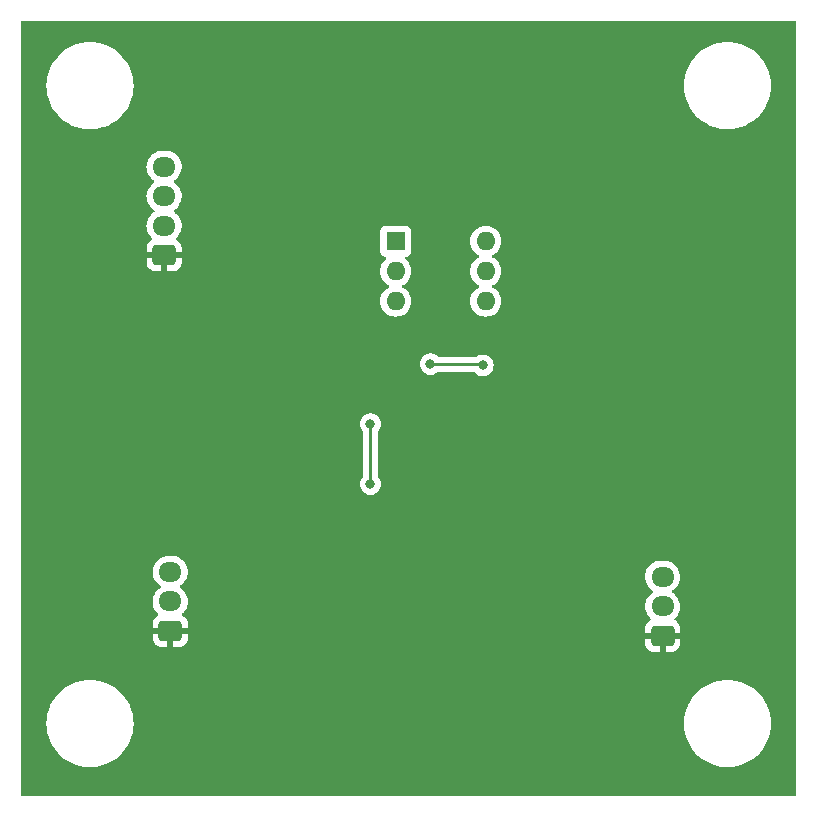
<source format=gbr>
%TF.GenerationSoftware,KiCad,Pcbnew,6.0.11+dfsg-1*%
%TF.CreationDate,2024-01-30T14:39:01+01:00*%
%TF.ProjectId,Langstone-Soundcard,4c616e67-7374-46f6-9e65-2d536f756e64,rev?*%
%TF.SameCoordinates,Original*%
%TF.FileFunction,Copper,L2,Bot*%
%TF.FilePolarity,Positive*%
%FSLAX46Y46*%
G04 Gerber Fmt 4.6, Leading zero omitted, Abs format (unit mm)*
G04 Created by KiCad (PCBNEW 6.0.11+dfsg-1) date 2024-01-30 14:39:01*
%MOMM*%
%LPD*%
G01*
G04 APERTURE LIST*
G04 Aperture macros list*
%AMRoundRect*
0 Rectangle with rounded corners*
0 $1 Rounding radius*
0 $2 $3 $4 $5 $6 $7 $8 $9 X,Y pos of 4 corners*
0 Add a 4 corners polygon primitive as box body*
4,1,4,$2,$3,$4,$5,$6,$7,$8,$9,$2,$3,0*
0 Add four circle primitives for the rounded corners*
1,1,$1+$1,$2,$3*
1,1,$1+$1,$4,$5*
1,1,$1+$1,$6,$7*
1,1,$1+$1,$8,$9*
0 Add four rect primitives between the rounded corners*
20,1,$1+$1,$2,$3,$4,$5,0*
20,1,$1+$1,$4,$5,$6,$7,0*
20,1,$1+$1,$6,$7,$8,$9,0*
20,1,$1+$1,$8,$9,$2,$3,0*%
G04 Aperture macros list end*
%TA.AperFunction,ComponentPad*%
%ADD10RoundRect,0.250000X0.725000X-0.600000X0.725000X0.600000X-0.725000X0.600000X-0.725000X-0.600000X0*%
%TD*%
%TA.AperFunction,ComponentPad*%
%ADD11O,1.950000X1.700000*%
%TD*%
%TA.AperFunction,ComponentPad*%
%ADD12R,1.600000X1.600000*%
%TD*%
%TA.AperFunction,ComponentPad*%
%ADD13O,1.600000X1.600000*%
%TD*%
%TA.AperFunction,ViaPad*%
%ADD14C,0.800000*%
%TD*%
%TA.AperFunction,Conductor*%
%ADD15C,0.250000*%
%TD*%
G04 APERTURE END LIST*
D10*
%TO.P,J1,1,Pin_1*%
%TO.N,GND*%
X105225000Y-106165000D03*
D11*
%TO.P,J1,2,Pin_2*%
%TO.N,Net-(C2-Pad2)*%
X105225000Y-103665000D03*
%TO.P,J1,3,Pin_3*%
%TO.N,Net-(C1-Pad2)*%
X105225000Y-101165000D03*
%TD*%
D10*
%TO.P,J3,1,Pin_1*%
%TO.N,GND*%
X146907500Y-106565000D03*
D11*
%TO.P,J3,2,Pin_2*%
%TO.N,Net-(C11-Pad2)*%
X146907500Y-104065000D03*
%TO.P,J3,3,Pin_3*%
%TO.N,Net-(C10-Pad2)*%
X146907500Y-101565000D03*
%TD*%
D10*
%TO.P,J2,1,Pin_1*%
%TO.N,GND*%
X104700000Y-74355000D03*
D11*
%TO.P,J2,2,Pin_2*%
%TO.N,Net-(J2-Pad2)*%
X104700000Y-71855000D03*
%TO.P,J2,3,Pin_3*%
%TO.N,Net-(J2-Pad3)*%
X104700000Y-69355000D03*
%TO.P,J2,4,Pin_4*%
%TO.N,Net-(J2-Pad4)*%
X104700000Y-66855000D03*
%TD*%
D12*
%TO.P,SW1,1*%
%TO.N,Net-(R1-Pad2)*%
X124317500Y-73160000D03*
D13*
%TO.P,SW1,2*%
%TO.N,Net-(R2-Pad2)*%
X124317500Y-75700000D03*
%TO.P,SW1,3*%
%TO.N,Net-(R3-Pad2)*%
X124317500Y-78240000D03*
%TO.P,SW1,4*%
%TO.N,Net-(SW1-Pad4)*%
X131937500Y-78240000D03*
%TO.P,SW1,5*%
%TO.N,Net-(SW1-Pad5)*%
X131937500Y-75700000D03*
%TO.P,SW1,6*%
%TO.N,Net-(SW1-Pad6)*%
X131937500Y-73160000D03*
%TD*%
D14*
%TO.N,Net-(C4-Pad2)*%
X122174000Y-88646000D03*
X122174000Y-93726000D03*
%TO.N,Net-(R1-Pad1)*%
X127254000Y-83566000D03*
X131685000Y-83679000D03*
%TO.N,GND*%
X137160000Y-83312000D03*
X113538000Y-89916000D03*
X113284000Y-107950000D03*
X113538000Y-96012000D03*
X142695000Y-94795000D03*
X126220000Y-95740000D03*
X133604000Y-95758000D03*
X142748000Y-90678000D03*
X122575000Y-107803000D03*
X120650000Y-91821000D03*
X130156000Y-91840000D03*
%TD*%
D15*
%TO.N,Net-(C4-Pad2)*%
X122174000Y-88646000D02*
X122174000Y-93726000D01*
%TO.N,Net-(R1-Pad1)*%
X131572000Y-83566000D02*
X131685000Y-83679000D01*
X127254000Y-83566000D02*
X131572000Y-83566000D01*
%TD*%
%TA.AperFunction,Conductor*%
%TO.N,GND*%
G36*
X158183621Y-54503502D02*
G01*
X158230114Y-54557158D01*
X158241500Y-54609500D01*
X158241500Y-120015500D01*
X158221498Y-120083621D01*
X158167842Y-120130114D01*
X158115500Y-120141500D01*
X92709500Y-120141500D01*
X92641379Y-120121498D01*
X92594886Y-120067842D01*
X92583500Y-120015500D01*
X92583500Y-114000000D01*
X94736445Y-114000000D01*
X94756651Y-114385559D01*
X94817049Y-114766894D01*
X94916976Y-115139826D01*
X95055337Y-115500270D01*
X95230618Y-115844277D01*
X95440896Y-116168078D01*
X95683869Y-116468125D01*
X95956875Y-116741131D01*
X96256922Y-116984104D01*
X96580722Y-117194382D01*
X96583656Y-117195877D01*
X96583663Y-117195881D01*
X96921790Y-117368165D01*
X96924730Y-117369663D01*
X97285174Y-117508024D01*
X97658106Y-117607951D01*
X97860643Y-117640030D01*
X98036193Y-117667835D01*
X98036201Y-117667836D01*
X98039441Y-117668349D01*
X98425000Y-117688555D01*
X98810559Y-117668349D01*
X98813799Y-117667836D01*
X98813807Y-117667835D01*
X98989357Y-117640030D01*
X99191894Y-117607951D01*
X99564826Y-117508024D01*
X99925270Y-117369663D01*
X99928210Y-117368165D01*
X100266337Y-117195881D01*
X100266344Y-117195877D01*
X100269278Y-117194382D01*
X100593078Y-116984104D01*
X100893125Y-116741131D01*
X101166131Y-116468125D01*
X101409104Y-116168078D01*
X101619382Y-115844277D01*
X101794663Y-115500270D01*
X101933024Y-115139826D01*
X102032951Y-114766894D01*
X102093349Y-114385559D01*
X102113555Y-114000000D01*
X148711445Y-114000000D01*
X148731651Y-114385559D01*
X148792049Y-114766894D01*
X148891976Y-115139826D01*
X149030337Y-115500270D01*
X149205618Y-115844277D01*
X149415896Y-116168078D01*
X149658869Y-116468125D01*
X149931875Y-116741131D01*
X150231922Y-116984104D01*
X150555722Y-117194382D01*
X150558656Y-117195877D01*
X150558663Y-117195881D01*
X150896790Y-117368165D01*
X150899730Y-117369663D01*
X151260174Y-117508024D01*
X151633106Y-117607951D01*
X151835643Y-117640030D01*
X152011193Y-117667835D01*
X152011201Y-117667836D01*
X152014441Y-117668349D01*
X152400000Y-117688555D01*
X152785559Y-117668349D01*
X152788799Y-117667836D01*
X152788807Y-117667835D01*
X152964357Y-117640030D01*
X153166894Y-117607951D01*
X153539826Y-117508024D01*
X153900270Y-117369663D01*
X153903210Y-117368165D01*
X154241337Y-117195881D01*
X154241344Y-117195877D01*
X154244278Y-117194382D01*
X154568078Y-116984104D01*
X154868125Y-116741131D01*
X155141131Y-116468125D01*
X155384104Y-116168078D01*
X155594382Y-115844277D01*
X155769663Y-115500270D01*
X155908024Y-115139826D01*
X156007951Y-114766894D01*
X156068349Y-114385559D01*
X156088555Y-114000000D01*
X156068349Y-113614441D01*
X156007951Y-113233106D01*
X155908024Y-112860174D01*
X155769663Y-112499730D01*
X155752858Y-112466748D01*
X155595881Y-112158664D01*
X155595877Y-112158657D01*
X155594382Y-112155723D01*
X155384104Y-111831922D01*
X155141131Y-111531875D01*
X154868125Y-111258869D01*
X154568078Y-111015896D01*
X154244278Y-110805618D01*
X154241344Y-110804123D01*
X154241337Y-110804119D01*
X153903210Y-110631835D01*
X153900270Y-110630337D01*
X153539826Y-110491976D01*
X153166894Y-110392049D01*
X152964357Y-110359970D01*
X152788807Y-110332165D01*
X152788799Y-110332164D01*
X152785559Y-110331651D01*
X152400000Y-110311445D01*
X152014441Y-110331651D01*
X152011201Y-110332164D01*
X152011193Y-110332165D01*
X151835643Y-110359970D01*
X151633106Y-110392049D01*
X151260174Y-110491976D01*
X150899730Y-110630337D01*
X150896790Y-110631835D01*
X150558664Y-110804119D01*
X150558657Y-110804123D01*
X150555723Y-110805618D01*
X150231922Y-111015896D01*
X149931875Y-111258869D01*
X149658869Y-111531875D01*
X149415896Y-111831922D01*
X149205618Y-112155723D01*
X149204123Y-112158657D01*
X149204119Y-112158664D01*
X149047142Y-112466748D01*
X149030337Y-112499730D01*
X148891976Y-112860174D01*
X148792049Y-113233106D01*
X148731651Y-113614441D01*
X148712908Y-113972077D01*
X148711445Y-114000000D01*
X102113555Y-114000000D01*
X102093349Y-113614441D01*
X102032951Y-113233106D01*
X101933024Y-112860174D01*
X101794663Y-112499730D01*
X101777858Y-112466748D01*
X101620881Y-112158664D01*
X101620877Y-112158657D01*
X101619382Y-112155723D01*
X101409104Y-111831922D01*
X101166131Y-111531875D01*
X100893125Y-111258869D01*
X100593078Y-111015896D01*
X100269278Y-110805618D01*
X100266344Y-110804123D01*
X100266337Y-110804119D01*
X99928210Y-110631835D01*
X99925270Y-110630337D01*
X99564826Y-110491976D01*
X99191894Y-110392049D01*
X98989357Y-110359970D01*
X98813807Y-110332165D01*
X98813799Y-110332164D01*
X98810559Y-110331651D01*
X98425000Y-110311445D01*
X98039441Y-110331651D01*
X98036201Y-110332164D01*
X98036193Y-110332165D01*
X97860643Y-110359970D01*
X97658106Y-110392049D01*
X97285174Y-110491976D01*
X96924730Y-110630337D01*
X96921790Y-110631835D01*
X96583664Y-110804119D01*
X96583657Y-110804123D01*
X96580723Y-110805618D01*
X96256922Y-111015896D01*
X95956875Y-111258869D01*
X95683869Y-111531875D01*
X95440896Y-111831922D01*
X95230618Y-112155723D01*
X95229123Y-112158657D01*
X95229119Y-112158664D01*
X95072142Y-112466748D01*
X95055337Y-112499730D01*
X94916976Y-112860174D01*
X94817049Y-113233106D01*
X94756651Y-113614441D01*
X94737908Y-113972077D01*
X94736445Y-114000000D01*
X92583500Y-114000000D01*
X92583500Y-106812095D01*
X103742001Y-106812095D01*
X103742338Y-106818614D01*
X103752257Y-106914206D01*
X103755149Y-106927600D01*
X103806588Y-107081784D01*
X103812761Y-107094962D01*
X103898063Y-107232807D01*
X103907099Y-107244208D01*
X104021829Y-107358739D01*
X104033240Y-107367751D01*
X104171243Y-107452816D01*
X104184424Y-107458963D01*
X104338710Y-107510138D01*
X104352086Y-107513005D01*
X104446438Y-107522672D01*
X104452854Y-107523000D01*
X104952885Y-107523000D01*
X104968124Y-107518525D01*
X104969329Y-107517135D01*
X104971000Y-107509452D01*
X104971000Y-107504884D01*
X105479000Y-107504884D01*
X105483475Y-107520123D01*
X105484865Y-107521328D01*
X105492548Y-107522999D01*
X105997095Y-107522999D01*
X106003614Y-107522662D01*
X106099206Y-107512743D01*
X106112600Y-107509851D01*
X106266784Y-107458412D01*
X106279962Y-107452239D01*
X106417807Y-107366937D01*
X106429208Y-107357901D01*
X106543739Y-107243171D01*
X106552751Y-107231760D01*
X106564872Y-107212095D01*
X145424501Y-107212095D01*
X145424838Y-107218614D01*
X145434757Y-107314206D01*
X145437649Y-107327600D01*
X145489088Y-107481784D01*
X145495261Y-107494962D01*
X145580563Y-107632807D01*
X145589599Y-107644208D01*
X145704329Y-107758739D01*
X145715740Y-107767751D01*
X145853743Y-107852816D01*
X145866924Y-107858963D01*
X146021210Y-107910138D01*
X146034586Y-107913005D01*
X146128938Y-107922672D01*
X146135354Y-107923000D01*
X146635385Y-107923000D01*
X146650624Y-107918525D01*
X146651829Y-107917135D01*
X146653500Y-107909452D01*
X146653500Y-107904884D01*
X147161500Y-107904884D01*
X147165975Y-107920123D01*
X147167365Y-107921328D01*
X147175048Y-107922999D01*
X147679595Y-107922999D01*
X147686114Y-107922662D01*
X147781706Y-107912743D01*
X147795100Y-107909851D01*
X147949284Y-107858412D01*
X147962462Y-107852239D01*
X148100307Y-107766937D01*
X148111708Y-107757901D01*
X148226239Y-107643171D01*
X148235251Y-107631760D01*
X148320316Y-107493757D01*
X148326463Y-107480576D01*
X148377638Y-107326290D01*
X148380505Y-107312914D01*
X148390172Y-107218562D01*
X148390500Y-107212146D01*
X148390500Y-106837115D01*
X148386025Y-106821876D01*
X148384635Y-106820671D01*
X148376952Y-106819000D01*
X147179615Y-106819000D01*
X147164376Y-106823475D01*
X147163171Y-106824865D01*
X147161500Y-106832548D01*
X147161500Y-107904884D01*
X146653500Y-107904884D01*
X146653500Y-106837115D01*
X146649025Y-106821876D01*
X146647635Y-106820671D01*
X146639952Y-106819000D01*
X145442616Y-106819000D01*
X145427377Y-106823475D01*
X145426172Y-106824865D01*
X145424501Y-106832548D01*
X145424501Y-107212095D01*
X106564872Y-107212095D01*
X106637816Y-107093757D01*
X106643963Y-107080576D01*
X106695138Y-106926290D01*
X106698005Y-106912914D01*
X106707672Y-106818562D01*
X106708000Y-106812146D01*
X106708000Y-106437115D01*
X106703525Y-106421876D01*
X106702135Y-106420671D01*
X106694452Y-106419000D01*
X105497115Y-106419000D01*
X105481876Y-106423475D01*
X105480671Y-106424865D01*
X105479000Y-106432548D01*
X105479000Y-107504884D01*
X104971000Y-107504884D01*
X104971000Y-106437115D01*
X104966525Y-106421876D01*
X104965135Y-106420671D01*
X104957452Y-106419000D01*
X103760116Y-106419000D01*
X103744877Y-106423475D01*
X103743672Y-106424865D01*
X103742001Y-106432548D01*
X103742001Y-106812095D01*
X92583500Y-106812095D01*
X92583500Y-103600774D01*
X103738102Y-103600774D01*
X103746751Y-103831158D01*
X103794093Y-104056791D01*
X103878776Y-104271221D01*
X103998377Y-104468317D01*
X104001874Y-104472347D01*
X104097637Y-104582704D01*
X104149477Y-104642445D01*
X104153608Y-104645832D01*
X104185529Y-104672006D01*
X104225524Y-104730666D01*
X104227455Y-104801636D01*
X104190710Y-104862384D01*
X104171941Y-104876584D01*
X104032193Y-104963063D01*
X104020792Y-104972099D01*
X103906261Y-105086829D01*
X103897249Y-105098240D01*
X103812184Y-105236243D01*
X103806037Y-105249424D01*
X103754862Y-105403710D01*
X103751995Y-105417086D01*
X103742328Y-105511438D01*
X103742000Y-105517855D01*
X103742000Y-105892885D01*
X103746475Y-105908124D01*
X103747865Y-105909329D01*
X103755548Y-105911000D01*
X106689884Y-105911000D01*
X106705123Y-105906525D01*
X106706328Y-105905135D01*
X106707999Y-105897452D01*
X106707999Y-105517905D01*
X106707662Y-105511386D01*
X106697743Y-105415794D01*
X106694851Y-105402400D01*
X106643412Y-105248216D01*
X106637239Y-105235038D01*
X106551937Y-105097193D01*
X106542901Y-105085792D01*
X106428171Y-104971261D01*
X106416757Y-104962247D01*
X106277287Y-104876277D01*
X106229793Y-104823505D01*
X106218369Y-104753434D01*
X106246643Y-104688310D01*
X106256430Y-104677847D01*
X106268581Y-104666256D01*
X106371135Y-104568424D01*
X106508754Y-104383458D01*
X106613240Y-104177949D01*
X106630025Y-104123895D01*
X106668255Y-104000774D01*
X145420602Y-104000774D01*
X145429251Y-104231158D01*
X145476593Y-104456791D01*
X145561276Y-104671221D01*
X145564043Y-104675780D01*
X145564044Y-104675783D01*
X145571646Y-104688310D01*
X145680877Y-104868317D01*
X145684374Y-104872347D01*
X145802886Y-105008920D01*
X145831977Y-105042445D01*
X145836108Y-105045832D01*
X145868029Y-105072006D01*
X145908024Y-105130666D01*
X145909955Y-105201636D01*
X145873210Y-105262384D01*
X145854441Y-105276584D01*
X145714693Y-105363063D01*
X145703292Y-105372099D01*
X145588761Y-105486829D01*
X145579749Y-105498240D01*
X145494684Y-105636243D01*
X145488537Y-105649424D01*
X145437362Y-105803710D01*
X145434495Y-105817086D01*
X145424828Y-105911438D01*
X145424500Y-105917855D01*
X145424500Y-106292885D01*
X145428975Y-106308124D01*
X145430365Y-106309329D01*
X145438048Y-106311000D01*
X148372384Y-106311000D01*
X148387623Y-106306525D01*
X148388828Y-106305135D01*
X148390499Y-106297452D01*
X148390499Y-105917905D01*
X148390162Y-105911386D01*
X148380243Y-105815794D01*
X148377351Y-105802400D01*
X148325912Y-105648216D01*
X148319739Y-105635038D01*
X148234437Y-105497193D01*
X148225401Y-105485792D01*
X148110671Y-105371261D01*
X148099257Y-105362247D01*
X147959787Y-105276277D01*
X147912293Y-105223505D01*
X147900869Y-105153434D01*
X147929143Y-105088310D01*
X147938930Y-105077847D01*
X147972491Y-105045832D01*
X148053635Y-104968424D01*
X148191254Y-104783458D01*
X148219675Y-104727559D01*
X148250842Y-104666256D01*
X148295740Y-104577949D01*
X148297556Y-104572103D01*
X148362524Y-104362871D01*
X148364107Y-104357773D01*
X148374974Y-104275783D01*
X148393698Y-104134511D01*
X148393698Y-104134506D01*
X148394398Y-104129226D01*
X148385749Y-103898842D01*
X148338407Y-103673209D01*
X148253724Y-103458779D01*
X148134123Y-103261683D01*
X148047255Y-103161576D01*
X147986523Y-103091588D01*
X147986521Y-103091586D01*
X147983023Y-103087555D01*
X147941470Y-103053484D01*
X147808873Y-102944760D01*
X147808867Y-102944756D01*
X147804745Y-102941376D01*
X147773250Y-102923448D01*
X147723945Y-102872368D01*
X147710083Y-102802738D01*
X147736066Y-102736667D01*
X147765216Y-102709427D01*
X147796116Y-102688624D01*
X147886819Y-102627559D01*
X147913150Y-102602441D01*
X147998969Y-102520573D01*
X148053635Y-102468424D01*
X148084261Y-102427262D01*
X148188068Y-102287740D01*
X148191254Y-102283458D01*
X148218160Y-102230539D01*
X148250842Y-102166256D01*
X148295740Y-102077949D01*
X148297556Y-102072103D01*
X148362524Y-101862871D01*
X148364107Y-101857773D01*
X148374974Y-101775783D01*
X148393698Y-101634511D01*
X148393698Y-101634506D01*
X148394398Y-101629226D01*
X148385749Y-101398842D01*
X148338407Y-101173209D01*
X148253724Y-100958779D01*
X148134123Y-100761683D01*
X148047255Y-100661576D01*
X147986523Y-100591588D01*
X147986521Y-100591586D01*
X147983023Y-100587555D01*
X147941470Y-100553484D01*
X147808873Y-100444760D01*
X147808867Y-100444756D01*
X147804745Y-100441376D01*
X147800109Y-100438737D01*
X147800106Y-100438735D01*
X147609029Y-100329968D01*
X147604386Y-100327325D01*
X147387675Y-100248663D01*
X147382426Y-100247714D01*
X147382423Y-100247713D01*
X147164892Y-100208377D01*
X147164885Y-100208376D01*
X147160808Y-100207639D01*
X147143086Y-100206803D01*
X147138144Y-100206570D01*
X147138137Y-100206570D01*
X147136656Y-100206500D01*
X146724610Y-100206500D01*
X146657691Y-100212178D01*
X146558091Y-100220629D01*
X146558087Y-100220630D01*
X146552780Y-100221080D01*
X146547625Y-100222418D01*
X146547619Y-100222419D01*
X146334797Y-100277657D01*
X146334793Y-100277658D01*
X146329628Y-100278999D01*
X146324762Y-100281191D01*
X146324759Y-100281192D01*
X146216480Y-100329968D01*
X146119425Y-100373688D01*
X145928181Y-100502441D01*
X145761365Y-100661576D01*
X145623746Y-100846542D01*
X145519260Y-101052051D01*
X145517678Y-101057145D01*
X145517677Y-101057148D01*
X145465901Y-101223895D01*
X145450893Y-101272227D01*
X145450192Y-101277516D01*
X145425626Y-101462871D01*
X145420602Y-101500774D01*
X145429251Y-101731158D01*
X145476593Y-101956791D01*
X145561276Y-102171221D01*
X145564043Y-102175780D01*
X145564044Y-102175783D01*
X145631982Y-102287740D01*
X145680877Y-102368317D01*
X145684374Y-102372347D01*
X145812998Y-102520573D01*
X145831977Y-102542445D01*
X145836108Y-102545832D01*
X146006127Y-102685240D01*
X146006133Y-102685244D01*
X146010255Y-102688624D01*
X146041750Y-102706552D01*
X146091055Y-102757632D01*
X146104917Y-102827262D01*
X146078934Y-102893333D01*
X146049784Y-102920573D01*
X145928181Y-103002441D01*
X145761365Y-103161576D01*
X145623746Y-103346542D01*
X145519260Y-103552051D01*
X145517678Y-103557145D01*
X145517677Y-103557148D01*
X145465901Y-103723895D01*
X145450893Y-103772227D01*
X145450192Y-103777516D01*
X145425626Y-103962871D01*
X145420602Y-104000774D01*
X106668255Y-104000774D01*
X106680024Y-103962871D01*
X106681607Y-103957773D01*
X106690109Y-103893623D01*
X106711198Y-103734511D01*
X106711198Y-103734506D01*
X106711898Y-103729226D01*
X106703249Y-103498842D01*
X106655907Y-103273209D01*
X106571224Y-103058779D01*
X106502036Y-102944760D01*
X106454390Y-102866243D01*
X106451623Y-102861683D01*
X106364755Y-102761576D01*
X106304023Y-102691588D01*
X106304021Y-102691586D01*
X106300523Y-102687555D01*
X106227353Y-102627559D01*
X106126373Y-102544760D01*
X106126367Y-102544756D01*
X106122245Y-102541376D01*
X106090750Y-102523448D01*
X106041445Y-102472368D01*
X106027583Y-102402738D01*
X106053566Y-102336667D01*
X106082716Y-102309427D01*
X106128352Y-102278703D01*
X106204319Y-102227559D01*
X106371135Y-102068424D01*
X106508754Y-101883458D01*
X106613240Y-101677949D01*
X106630025Y-101623895D01*
X106680024Y-101462871D01*
X106681607Y-101457773D01*
X106690109Y-101393623D01*
X106711198Y-101234511D01*
X106711198Y-101234506D01*
X106711898Y-101229226D01*
X106703249Y-100998842D01*
X106655907Y-100773209D01*
X106571224Y-100558779D01*
X106502036Y-100444760D01*
X106454390Y-100366243D01*
X106451623Y-100361683D01*
X106364755Y-100261576D01*
X106304023Y-100191588D01*
X106304021Y-100191586D01*
X106300523Y-100187555D01*
X106258970Y-100153484D01*
X106126373Y-100044760D01*
X106126367Y-100044756D01*
X106122245Y-100041376D01*
X106117609Y-100038737D01*
X106117606Y-100038735D01*
X105926529Y-99929968D01*
X105921886Y-99927325D01*
X105705175Y-99848663D01*
X105699926Y-99847714D01*
X105699923Y-99847713D01*
X105482392Y-99808377D01*
X105482385Y-99808376D01*
X105478308Y-99807639D01*
X105460586Y-99806803D01*
X105455644Y-99806570D01*
X105455637Y-99806570D01*
X105454156Y-99806500D01*
X105042110Y-99806500D01*
X104975191Y-99812178D01*
X104875591Y-99820629D01*
X104875587Y-99820630D01*
X104870280Y-99821080D01*
X104865125Y-99822418D01*
X104865119Y-99822419D01*
X104652297Y-99877657D01*
X104652293Y-99877658D01*
X104647128Y-99878999D01*
X104642262Y-99881191D01*
X104642259Y-99881192D01*
X104533980Y-99929968D01*
X104436925Y-99973688D01*
X104245681Y-100102441D01*
X104078865Y-100261576D01*
X103941246Y-100446542D01*
X103938830Y-100451293D01*
X103938828Y-100451297D01*
X103910954Y-100506122D01*
X103836760Y-100652051D01*
X103835178Y-100657145D01*
X103835177Y-100657148D01*
X103777698Y-100842260D01*
X103768393Y-100872227D01*
X103767692Y-100877516D01*
X103744560Y-101052051D01*
X103738102Y-101100774D01*
X103746751Y-101331158D01*
X103794093Y-101556791D01*
X103878776Y-101771221D01*
X103998377Y-101968317D01*
X104001874Y-101972347D01*
X104097637Y-102082704D01*
X104149477Y-102142445D01*
X104153608Y-102145832D01*
X104323627Y-102285240D01*
X104323633Y-102285244D01*
X104327755Y-102288624D01*
X104359250Y-102306552D01*
X104408555Y-102357632D01*
X104422417Y-102427262D01*
X104396434Y-102493333D01*
X104367284Y-102520573D01*
X104245681Y-102602441D01*
X104241824Y-102606120D01*
X104241822Y-102606122D01*
X104216227Y-102630539D01*
X104078865Y-102761576D01*
X104075682Y-102765854D01*
X104039885Y-102813967D01*
X103941246Y-102946542D01*
X103938830Y-102951293D01*
X103938828Y-102951297D01*
X103910954Y-103006122D01*
X103836760Y-103152051D01*
X103835178Y-103157145D01*
X103835177Y-103157148D01*
X103777698Y-103342260D01*
X103768393Y-103372227D01*
X103767692Y-103377516D01*
X103744560Y-103552051D01*
X103738102Y-103600774D01*
X92583500Y-103600774D01*
X92583500Y-93726000D01*
X121260496Y-93726000D01*
X121280458Y-93915928D01*
X121339473Y-94097556D01*
X121434960Y-94262944D01*
X121562747Y-94404866D01*
X121717248Y-94517118D01*
X121723276Y-94519802D01*
X121723278Y-94519803D01*
X121885681Y-94592109D01*
X121891712Y-94594794D01*
X121985113Y-94614647D01*
X122072056Y-94633128D01*
X122072061Y-94633128D01*
X122078513Y-94634500D01*
X122269487Y-94634500D01*
X122275939Y-94633128D01*
X122275944Y-94633128D01*
X122362887Y-94614647D01*
X122456288Y-94594794D01*
X122462319Y-94592109D01*
X122624722Y-94519803D01*
X122624724Y-94519802D01*
X122630752Y-94517118D01*
X122785253Y-94404866D01*
X122913040Y-94262944D01*
X123008527Y-94097556D01*
X123067542Y-93915928D01*
X123087504Y-93726000D01*
X123067542Y-93536072D01*
X123008527Y-93354444D01*
X122913040Y-93189056D01*
X122839863Y-93107785D01*
X122809147Y-93043779D01*
X122807500Y-93023476D01*
X122807500Y-89348524D01*
X122827502Y-89280403D01*
X122839858Y-89264221D01*
X122913040Y-89182944D01*
X123008527Y-89017556D01*
X123067542Y-88835928D01*
X123087504Y-88646000D01*
X123067542Y-88456072D01*
X123008527Y-88274444D01*
X122913040Y-88109056D01*
X122785253Y-87967134D01*
X122630752Y-87854882D01*
X122624724Y-87852198D01*
X122624722Y-87852197D01*
X122462319Y-87779891D01*
X122462318Y-87779891D01*
X122456288Y-87777206D01*
X122362887Y-87757353D01*
X122275944Y-87738872D01*
X122275939Y-87738872D01*
X122269487Y-87737500D01*
X122078513Y-87737500D01*
X122072061Y-87738872D01*
X122072056Y-87738872D01*
X121985113Y-87757353D01*
X121891712Y-87777206D01*
X121885682Y-87779891D01*
X121885681Y-87779891D01*
X121723278Y-87852197D01*
X121723276Y-87852198D01*
X121717248Y-87854882D01*
X121562747Y-87967134D01*
X121434960Y-88109056D01*
X121339473Y-88274444D01*
X121280458Y-88456072D01*
X121260496Y-88646000D01*
X121280458Y-88835928D01*
X121339473Y-89017556D01*
X121434960Y-89182944D01*
X121508137Y-89264215D01*
X121538853Y-89328221D01*
X121540500Y-89348524D01*
X121540500Y-93023476D01*
X121520498Y-93091597D01*
X121508142Y-93107779D01*
X121434960Y-93189056D01*
X121339473Y-93354444D01*
X121280458Y-93536072D01*
X121260496Y-93726000D01*
X92583500Y-93726000D01*
X92583500Y-83566000D01*
X126340496Y-83566000D01*
X126360458Y-83755928D01*
X126419473Y-83937556D01*
X126514960Y-84102944D01*
X126519378Y-84107851D01*
X126519379Y-84107852D01*
X126619909Y-84219502D01*
X126642747Y-84244866D01*
X126797248Y-84357118D01*
X126803276Y-84359802D01*
X126803278Y-84359803D01*
X126807649Y-84361749D01*
X126971712Y-84434794D01*
X127065112Y-84454647D01*
X127152056Y-84473128D01*
X127152061Y-84473128D01*
X127158513Y-84474500D01*
X127349487Y-84474500D01*
X127355939Y-84473128D01*
X127355944Y-84473128D01*
X127442888Y-84454647D01*
X127536288Y-84434794D01*
X127700351Y-84361749D01*
X127704722Y-84359803D01*
X127704724Y-84359802D01*
X127710752Y-84357118D01*
X127865253Y-84244866D01*
X127869668Y-84239963D01*
X127874580Y-84235540D01*
X127875705Y-84236789D01*
X127929014Y-84203949D01*
X127962200Y-84199500D01*
X130875056Y-84199500D01*
X130943177Y-84219502D01*
X130968690Y-84241188D01*
X131073747Y-84357866D01*
X131228248Y-84470118D01*
X131234276Y-84472802D01*
X131234278Y-84472803D01*
X131238090Y-84474500D01*
X131402712Y-84547794D01*
X131496112Y-84567647D01*
X131583056Y-84586128D01*
X131583061Y-84586128D01*
X131589513Y-84587500D01*
X131780487Y-84587500D01*
X131786939Y-84586128D01*
X131786944Y-84586128D01*
X131873888Y-84567647D01*
X131967288Y-84547794D01*
X132131910Y-84474500D01*
X132135722Y-84472803D01*
X132135724Y-84472802D01*
X132141752Y-84470118D01*
X132296253Y-84357866D01*
X132397999Y-84244866D01*
X132419621Y-84220852D01*
X132419622Y-84220851D01*
X132424040Y-84215944D01*
X132519527Y-84050556D01*
X132578542Y-83868928D01*
X132591109Y-83749365D01*
X132597814Y-83685565D01*
X132598504Y-83679000D01*
X132578542Y-83489072D01*
X132519527Y-83307444D01*
X132424040Y-83142056D01*
X132322295Y-83029056D01*
X132300675Y-83005045D01*
X132300674Y-83005044D01*
X132296253Y-83000134D01*
X132141752Y-82887882D01*
X132135724Y-82885198D01*
X132135722Y-82885197D01*
X131973319Y-82812891D01*
X131973318Y-82812891D01*
X131967288Y-82810206D01*
X131873888Y-82790353D01*
X131786944Y-82771872D01*
X131786939Y-82771872D01*
X131780487Y-82770500D01*
X131589513Y-82770500D01*
X131583061Y-82771872D01*
X131583056Y-82771872D01*
X131496112Y-82790353D01*
X131402712Y-82810206D01*
X131396682Y-82812891D01*
X131396681Y-82812891D01*
X131234278Y-82885197D01*
X131234276Y-82885198D01*
X131228248Y-82887882D01*
X131222907Y-82891762D01*
X131222906Y-82891763D01*
X131199958Y-82908436D01*
X131133091Y-82932294D01*
X131125897Y-82932500D01*
X127962200Y-82932500D01*
X127894079Y-82912498D01*
X127874853Y-82896157D01*
X127874580Y-82896460D01*
X127869668Y-82892037D01*
X127865253Y-82887134D01*
X127710752Y-82774882D01*
X127704724Y-82772198D01*
X127704722Y-82772197D01*
X127542319Y-82699891D01*
X127542318Y-82699891D01*
X127536288Y-82697206D01*
X127442888Y-82677353D01*
X127355944Y-82658872D01*
X127355939Y-82658872D01*
X127349487Y-82657500D01*
X127158513Y-82657500D01*
X127152061Y-82658872D01*
X127152056Y-82658872D01*
X127065112Y-82677353D01*
X126971712Y-82697206D01*
X126965682Y-82699891D01*
X126965681Y-82699891D01*
X126803278Y-82772197D01*
X126803276Y-82772198D01*
X126797248Y-82774882D01*
X126642747Y-82887134D01*
X126638326Y-82892044D01*
X126638325Y-82892045D01*
X126536580Y-83005045D01*
X126514960Y-83029056D01*
X126419473Y-83194444D01*
X126360458Y-83376072D01*
X126359768Y-83382633D01*
X126359768Y-83382635D01*
X126341186Y-83559435D01*
X126340496Y-83566000D01*
X92583500Y-83566000D01*
X92583500Y-78240000D01*
X123004002Y-78240000D01*
X123023957Y-78468087D01*
X123083216Y-78689243D01*
X123085539Y-78694224D01*
X123085539Y-78694225D01*
X123177651Y-78891762D01*
X123177654Y-78891767D01*
X123179977Y-78896749D01*
X123311302Y-79084300D01*
X123473200Y-79246198D01*
X123477708Y-79249355D01*
X123477711Y-79249357D01*
X123555889Y-79304098D01*
X123660751Y-79377523D01*
X123665733Y-79379846D01*
X123665738Y-79379849D01*
X123863275Y-79471961D01*
X123868257Y-79474284D01*
X123873565Y-79475706D01*
X123873567Y-79475707D01*
X124084098Y-79532119D01*
X124084100Y-79532119D01*
X124089413Y-79533543D01*
X124317500Y-79553498D01*
X124545587Y-79533543D01*
X124550900Y-79532119D01*
X124550902Y-79532119D01*
X124761433Y-79475707D01*
X124761435Y-79475706D01*
X124766743Y-79474284D01*
X124771725Y-79471961D01*
X124969262Y-79379849D01*
X124969267Y-79379846D01*
X124974249Y-79377523D01*
X125079111Y-79304098D01*
X125157289Y-79249357D01*
X125157292Y-79249355D01*
X125161800Y-79246198D01*
X125323698Y-79084300D01*
X125455023Y-78896749D01*
X125457346Y-78891767D01*
X125457349Y-78891762D01*
X125549461Y-78694225D01*
X125549461Y-78694224D01*
X125551784Y-78689243D01*
X125611043Y-78468087D01*
X125630998Y-78240000D01*
X130624002Y-78240000D01*
X130643957Y-78468087D01*
X130703216Y-78689243D01*
X130705539Y-78694224D01*
X130705539Y-78694225D01*
X130797651Y-78891762D01*
X130797654Y-78891767D01*
X130799977Y-78896749D01*
X130931302Y-79084300D01*
X131093200Y-79246198D01*
X131097708Y-79249355D01*
X131097711Y-79249357D01*
X131175889Y-79304098D01*
X131280751Y-79377523D01*
X131285733Y-79379846D01*
X131285738Y-79379849D01*
X131483275Y-79471961D01*
X131488257Y-79474284D01*
X131493565Y-79475706D01*
X131493567Y-79475707D01*
X131704098Y-79532119D01*
X131704100Y-79532119D01*
X131709413Y-79533543D01*
X131937500Y-79553498D01*
X132165587Y-79533543D01*
X132170900Y-79532119D01*
X132170902Y-79532119D01*
X132381433Y-79475707D01*
X132381435Y-79475706D01*
X132386743Y-79474284D01*
X132391725Y-79471961D01*
X132589262Y-79379849D01*
X132589267Y-79379846D01*
X132594249Y-79377523D01*
X132699111Y-79304098D01*
X132777289Y-79249357D01*
X132777292Y-79249355D01*
X132781800Y-79246198D01*
X132943698Y-79084300D01*
X133075023Y-78896749D01*
X133077346Y-78891767D01*
X133077349Y-78891762D01*
X133169461Y-78694225D01*
X133169461Y-78694224D01*
X133171784Y-78689243D01*
X133231043Y-78468087D01*
X133250998Y-78240000D01*
X133231043Y-78011913D01*
X133171784Y-77790757D01*
X133169461Y-77785775D01*
X133077349Y-77588238D01*
X133077346Y-77588233D01*
X133075023Y-77583251D01*
X132943698Y-77395700D01*
X132781800Y-77233802D01*
X132777292Y-77230645D01*
X132777289Y-77230643D01*
X132699111Y-77175902D01*
X132594249Y-77102477D01*
X132589267Y-77100154D01*
X132589262Y-77100151D01*
X132555043Y-77084195D01*
X132501758Y-77037278D01*
X132482297Y-76969001D01*
X132502839Y-76901041D01*
X132555043Y-76855805D01*
X132589262Y-76839849D01*
X132589267Y-76839846D01*
X132594249Y-76837523D01*
X132699111Y-76764098D01*
X132777289Y-76709357D01*
X132777292Y-76709355D01*
X132781800Y-76706198D01*
X132943698Y-76544300D01*
X133075023Y-76356749D01*
X133077346Y-76351767D01*
X133077349Y-76351762D01*
X133169461Y-76154225D01*
X133169461Y-76154224D01*
X133171784Y-76149243D01*
X133231043Y-75928087D01*
X133250998Y-75700000D01*
X133231043Y-75471913D01*
X133217885Y-75422807D01*
X133173207Y-75256067D01*
X133173206Y-75256065D01*
X133171784Y-75250757D01*
X133169461Y-75245775D01*
X133077349Y-75048238D01*
X133077346Y-75048233D01*
X133075023Y-75043251D01*
X132943698Y-74855700D01*
X132781800Y-74693802D01*
X132777292Y-74690645D01*
X132777289Y-74690643D01*
X132680039Y-74622548D01*
X132594249Y-74562477D01*
X132589267Y-74560154D01*
X132589262Y-74560151D01*
X132555043Y-74544195D01*
X132501758Y-74497278D01*
X132482297Y-74429001D01*
X132502839Y-74361041D01*
X132555043Y-74315805D01*
X132589262Y-74299849D01*
X132589267Y-74299846D01*
X132594249Y-74297523D01*
X132735958Y-74198297D01*
X132777289Y-74169357D01*
X132777292Y-74169355D01*
X132781800Y-74166198D01*
X132943698Y-74004300D01*
X133075023Y-73816749D01*
X133077346Y-73811767D01*
X133077349Y-73811762D01*
X133169461Y-73614225D01*
X133169461Y-73614224D01*
X133171784Y-73609243D01*
X133231043Y-73388087D01*
X133250998Y-73160000D01*
X133231043Y-72931913D01*
X133229619Y-72926598D01*
X133173207Y-72716067D01*
X133173206Y-72716065D01*
X133171784Y-72710757D01*
X133105544Y-72568703D01*
X133077349Y-72508238D01*
X133077346Y-72508233D01*
X133075023Y-72503251D01*
X132943698Y-72315700D01*
X132781800Y-72153802D01*
X132777292Y-72150645D01*
X132777289Y-72150643D01*
X132699111Y-72095902D01*
X132594249Y-72022477D01*
X132589267Y-72020154D01*
X132589262Y-72020151D01*
X132391725Y-71928039D01*
X132391724Y-71928039D01*
X132386743Y-71925716D01*
X132381435Y-71924294D01*
X132381433Y-71924293D01*
X132170902Y-71867881D01*
X132170900Y-71867881D01*
X132165587Y-71866457D01*
X131937500Y-71846502D01*
X131709413Y-71866457D01*
X131704100Y-71867881D01*
X131704098Y-71867881D01*
X131493567Y-71924293D01*
X131493565Y-71924294D01*
X131488257Y-71925716D01*
X131483276Y-71928039D01*
X131483275Y-71928039D01*
X131285738Y-72020151D01*
X131285733Y-72020154D01*
X131280751Y-72022477D01*
X131175889Y-72095902D01*
X131097711Y-72150643D01*
X131097708Y-72150645D01*
X131093200Y-72153802D01*
X130931302Y-72315700D01*
X130799977Y-72503251D01*
X130797654Y-72508233D01*
X130797651Y-72508238D01*
X130769456Y-72568703D01*
X130703216Y-72710757D01*
X130701794Y-72716065D01*
X130701793Y-72716067D01*
X130645381Y-72926598D01*
X130643957Y-72931913D01*
X130624002Y-73160000D01*
X130643957Y-73388087D01*
X130703216Y-73609243D01*
X130705539Y-73614224D01*
X130705539Y-73614225D01*
X130797651Y-73811762D01*
X130797654Y-73811767D01*
X130799977Y-73816749D01*
X130931302Y-74004300D01*
X131093200Y-74166198D01*
X131097708Y-74169355D01*
X131097711Y-74169357D01*
X131139042Y-74198297D01*
X131280751Y-74297523D01*
X131285733Y-74299846D01*
X131285738Y-74299849D01*
X131319957Y-74315805D01*
X131373242Y-74362722D01*
X131392703Y-74430999D01*
X131372161Y-74498959D01*
X131319957Y-74544195D01*
X131285738Y-74560151D01*
X131285733Y-74560154D01*
X131280751Y-74562477D01*
X131194961Y-74622548D01*
X131097711Y-74690643D01*
X131097708Y-74690645D01*
X131093200Y-74693802D01*
X130931302Y-74855700D01*
X130799977Y-75043251D01*
X130797654Y-75048233D01*
X130797651Y-75048238D01*
X130705539Y-75245775D01*
X130703216Y-75250757D01*
X130701794Y-75256065D01*
X130701793Y-75256067D01*
X130657115Y-75422807D01*
X130643957Y-75471913D01*
X130624002Y-75700000D01*
X130643957Y-75928087D01*
X130703216Y-76149243D01*
X130705539Y-76154224D01*
X130705539Y-76154225D01*
X130797651Y-76351762D01*
X130797654Y-76351767D01*
X130799977Y-76356749D01*
X130931302Y-76544300D01*
X131093200Y-76706198D01*
X131097708Y-76709355D01*
X131097711Y-76709357D01*
X131175889Y-76764098D01*
X131280751Y-76837523D01*
X131285733Y-76839846D01*
X131285738Y-76839849D01*
X131319957Y-76855805D01*
X131373242Y-76902722D01*
X131392703Y-76970999D01*
X131372161Y-77038959D01*
X131319957Y-77084195D01*
X131285738Y-77100151D01*
X131285733Y-77100154D01*
X131280751Y-77102477D01*
X131175889Y-77175902D01*
X131097711Y-77230643D01*
X131097708Y-77230645D01*
X131093200Y-77233802D01*
X130931302Y-77395700D01*
X130799977Y-77583251D01*
X130797654Y-77588233D01*
X130797651Y-77588238D01*
X130705539Y-77785775D01*
X130703216Y-77790757D01*
X130643957Y-78011913D01*
X130624002Y-78240000D01*
X125630998Y-78240000D01*
X125611043Y-78011913D01*
X125551784Y-77790757D01*
X125549461Y-77785775D01*
X125457349Y-77588238D01*
X125457346Y-77588233D01*
X125455023Y-77583251D01*
X125323698Y-77395700D01*
X125161800Y-77233802D01*
X125157292Y-77230645D01*
X125157289Y-77230643D01*
X125079111Y-77175902D01*
X124974249Y-77102477D01*
X124969267Y-77100154D01*
X124969262Y-77100151D01*
X124935043Y-77084195D01*
X124881758Y-77037278D01*
X124862297Y-76969001D01*
X124882839Y-76901041D01*
X124935043Y-76855805D01*
X124969262Y-76839849D01*
X124969267Y-76839846D01*
X124974249Y-76837523D01*
X125079111Y-76764098D01*
X125157289Y-76709357D01*
X125157292Y-76709355D01*
X125161800Y-76706198D01*
X125323698Y-76544300D01*
X125455023Y-76356749D01*
X125457346Y-76351767D01*
X125457349Y-76351762D01*
X125549461Y-76154225D01*
X125549461Y-76154224D01*
X125551784Y-76149243D01*
X125611043Y-75928087D01*
X125630998Y-75700000D01*
X125611043Y-75471913D01*
X125597885Y-75422807D01*
X125553207Y-75256067D01*
X125553206Y-75256065D01*
X125551784Y-75250757D01*
X125549461Y-75245775D01*
X125457349Y-75048238D01*
X125457346Y-75048233D01*
X125455023Y-75043251D01*
X125323698Y-74855700D01*
X125161800Y-74693802D01*
X125157289Y-74690643D01*
X125153076Y-74687108D01*
X125154027Y-74685974D01*
X125114029Y-74635929D01*
X125106724Y-74565310D01*
X125138758Y-74501951D01*
X125199962Y-74465970D01*
X125217017Y-74462918D01*
X125227816Y-74461745D01*
X125364205Y-74410615D01*
X125480761Y-74323261D01*
X125568115Y-74206705D01*
X125619245Y-74070316D01*
X125626000Y-74008134D01*
X125626000Y-72311866D01*
X125619245Y-72249684D01*
X125568115Y-72113295D01*
X125480761Y-71996739D01*
X125364205Y-71909385D01*
X125227816Y-71858255D01*
X125165634Y-71851500D01*
X123469366Y-71851500D01*
X123407184Y-71858255D01*
X123270795Y-71909385D01*
X123154239Y-71996739D01*
X123066885Y-72113295D01*
X123015755Y-72249684D01*
X123009000Y-72311866D01*
X123009000Y-74008134D01*
X123015755Y-74070316D01*
X123066885Y-74206705D01*
X123154239Y-74323261D01*
X123270795Y-74410615D01*
X123407184Y-74461745D01*
X123417974Y-74462917D01*
X123420106Y-74463803D01*
X123422722Y-74464425D01*
X123422621Y-74464848D01*
X123483535Y-74490155D01*
X123523963Y-74548517D01*
X123526422Y-74619471D01*
X123490129Y-74680490D01*
X123481469Y-74687489D01*
X123477707Y-74690646D01*
X123473200Y-74693802D01*
X123311302Y-74855700D01*
X123179977Y-75043251D01*
X123177654Y-75048233D01*
X123177651Y-75048238D01*
X123085539Y-75245775D01*
X123083216Y-75250757D01*
X123081794Y-75256065D01*
X123081793Y-75256067D01*
X123037115Y-75422807D01*
X123023957Y-75471913D01*
X123004002Y-75700000D01*
X123023957Y-75928087D01*
X123083216Y-76149243D01*
X123085539Y-76154224D01*
X123085539Y-76154225D01*
X123177651Y-76351762D01*
X123177654Y-76351767D01*
X123179977Y-76356749D01*
X123311302Y-76544300D01*
X123473200Y-76706198D01*
X123477708Y-76709355D01*
X123477711Y-76709357D01*
X123555889Y-76764098D01*
X123660751Y-76837523D01*
X123665733Y-76839846D01*
X123665738Y-76839849D01*
X123699957Y-76855805D01*
X123753242Y-76902722D01*
X123772703Y-76970999D01*
X123752161Y-77038959D01*
X123699957Y-77084195D01*
X123665738Y-77100151D01*
X123665733Y-77100154D01*
X123660751Y-77102477D01*
X123555889Y-77175902D01*
X123477711Y-77230643D01*
X123477708Y-77230645D01*
X123473200Y-77233802D01*
X123311302Y-77395700D01*
X123179977Y-77583251D01*
X123177654Y-77588233D01*
X123177651Y-77588238D01*
X123085539Y-77785775D01*
X123083216Y-77790757D01*
X123023957Y-78011913D01*
X123004002Y-78240000D01*
X92583500Y-78240000D01*
X92583500Y-75002095D01*
X103217001Y-75002095D01*
X103217338Y-75008614D01*
X103227257Y-75104206D01*
X103230149Y-75117600D01*
X103281588Y-75271784D01*
X103287761Y-75284962D01*
X103373063Y-75422807D01*
X103382099Y-75434208D01*
X103496829Y-75548739D01*
X103508240Y-75557751D01*
X103646243Y-75642816D01*
X103659424Y-75648963D01*
X103813710Y-75700138D01*
X103827086Y-75703005D01*
X103921438Y-75712672D01*
X103927854Y-75713000D01*
X104427885Y-75713000D01*
X104443124Y-75708525D01*
X104444329Y-75707135D01*
X104446000Y-75699452D01*
X104446000Y-75694884D01*
X104954000Y-75694884D01*
X104958475Y-75710123D01*
X104959865Y-75711328D01*
X104967548Y-75712999D01*
X105472095Y-75712999D01*
X105478614Y-75712662D01*
X105574206Y-75702743D01*
X105587600Y-75699851D01*
X105741784Y-75648412D01*
X105754962Y-75642239D01*
X105892807Y-75556937D01*
X105904208Y-75547901D01*
X106018739Y-75433171D01*
X106027751Y-75421760D01*
X106112816Y-75283757D01*
X106118963Y-75270576D01*
X106170138Y-75116290D01*
X106173005Y-75102914D01*
X106182672Y-75008562D01*
X106183000Y-75002145D01*
X106183000Y-74627115D01*
X106178525Y-74611876D01*
X106177135Y-74610671D01*
X106169452Y-74609000D01*
X104972115Y-74609000D01*
X104956876Y-74613475D01*
X104955671Y-74614865D01*
X104954000Y-74622548D01*
X104954000Y-75694884D01*
X104446000Y-75694884D01*
X104446000Y-74627115D01*
X104441525Y-74611876D01*
X104440135Y-74610671D01*
X104432452Y-74609000D01*
X103235116Y-74609000D01*
X103219877Y-74613475D01*
X103218672Y-74614865D01*
X103217001Y-74622548D01*
X103217001Y-75002095D01*
X92583500Y-75002095D01*
X92583500Y-71790774D01*
X103213102Y-71790774D01*
X103221751Y-72021158D01*
X103269093Y-72246791D01*
X103271051Y-72251750D01*
X103271052Y-72251752D01*
X103296307Y-72315700D01*
X103353776Y-72461221D01*
X103356543Y-72465780D01*
X103356544Y-72465783D01*
X103418998Y-72568703D01*
X103473377Y-72658317D01*
X103476874Y-72662347D01*
X103563438Y-72762103D01*
X103624477Y-72832445D01*
X103628608Y-72835832D01*
X103660529Y-72862006D01*
X103700524Y-72920666D01*
X103702455Y-72991636D01*
X103665710Y-73052384D01*
X103646941Y-73066584D01*
X103507193Y-73153063D01*
X103495792Y-73162099D01*
X103381261Y-73276829D01*
X103372249Y-73288240D01*
X103287184Y-73426243D01*
X103281037Y-73439424D01*
X103229862Y-73593710D01*
X103226995Y-73607086D01*
X103217328Y-73701438D01*
X103217000Y-73707855D01*
X103217000Y-74082885D01*
X103221475Y-74098124D01*
X103222865Y-74099329D01*
X103230548Y-74101000D01*
X106164884Y-74101000D01*
X106180123Y-74096525D01*
X106181328Y-74095135D01*
X106182999Y-74087452D01*
X106182999Y-73707905D01*
X106182662Y-73701386D01*
X106172743Y-73605794D01*
X106169851Y-73592400D01*
X106118412Y-73438216D01*
X106112239Y-73425038D01*
X106026937Y-73287193D01*
X106017901Y-73275792D01*
X105903171Y-73161261D01*
X105891757Y-73152247D01*
X105752287Y-73066277D01*
X105704793Y-73013505D01*
X105693369Y-72943434D01*
X105721643Y-72878310D01*
X105731430Y-72867847D01*
X105764991Y-72835832D01*
X105846135Y-72758424D01*
X105983754Y-72573458D01*
X106088240Y-72367949D01*
X106104594Y-72315283D01*
X106155024Y-72152871D01*
X106156607Y-72147773D01*
X106162129Y-72106109D01*
X106186198Y-71924511D01*
X106186198Y-71924506D01*
X106186898Y-71919226D01*
X106184971Y-71867881D01*
X106178449Y-71694173D01*
X106178249Y-71688842D01*
X106130907Y-71463209D01*
X106046224Y-71248779D01*
X105926623Y-71051683D01*
X105839755Y-70951576D01*
X105779023Y-70881588D01*
X105779021Y-70881586D01*
X105775523Y-70877555D01*
X105733970Y-70843484D01*
X105601373Y-70734760D01*
X105601367Y-70734756D01*
X105597245Y-70731376D01*
X105565750Y-70713448D01*
X105516445Y-70662368D01*
X105502583Y-70592738D01*
X105528566Y-70526667D01*
X105557716Y-70499427D01*
X105593642Y-70475240D01*
X105679319Y-70417559D01*
X105846135Y-70258424D01*
X105983754Y-70073458D01*
X106088240Y-69867949D01*
X106124321Y-69751752D01*
X106155024Y-69652871D01*
X106156607Y-69647773D01*
X106157308Y-69642484D01*
X106186198Y-69424511D01*
X106186198Y-69424506D01*
X106186898Y-69419226D01*
X106178249Y-69188842D01*
X106130907Y-68963209D01*
X106046224Y-68748779D01*
X105926623Y-68551683D01*
X105839755Y-68451576D01*
X105779023Y-68381588D01*
X105779021Y-68381586D01*
X105775523Y-68377555D01*
X105733970Y-68343484D01*
X105601373Y-68234760D01*
X105601367Y-68234756D01*
X105597245Y-68231376D01*
X105565750Y-68213448D01*
X105516445Y-68162368D01*
X105502583Y-68092738D01*
X105528566Y-68026667D01*
X105557716Y-67999427D01*
X105593642Y-67975240D01*
X105679319Y-67917559D01*
X105846135Y-67758424D01*
X105983754Y-67573458D01*
X106088240Y-67367949D01*
X106124321Y-67251752D01*
X106155024Y-67152871D01*
X106156607Y-67147773D01*
X106157308Y-67142484D01*
X106186198Y-66924511D01*
X106186198Y-66924506D01*
X106186898Y-66919226D01*
X106178249Y-66688842D01*
X106130907Y-66463209D01*
X106046224Y-66248779D01*
X105926623Y-66051683D01*
X105839755Y-65951576D01*
X105779023Y-65881588D01*
X105779021Y-65881586D01*
X105775523Y-65877555D01*
X105733970Y-65843484D01*
X105601373Y-65734760D01*
X105601367Y-65734756D01*
X105597245Y-65731376D01*
X105592609Y-65728737D01*
X105592606Y-65728735D01*
X105401529Y-65619968D01*
X105396886Y-65617325D01*
X105180175Y-65538663D01*
X105174926Y-65537714D01*
X105174923Y-65537713D01*
X104957392Y-65498377D01*
X104957385Y-65498376D01*
X104953308Y-65497639D01*
X104935586Y-65496803D01*
X104930644Y-65496570D01*
X104930637Y-65496570D01*
X104929156Y-65496500D01*
X104517110Y-65496500D01*
X104450191Y-65502178D01*
X104350591Y-65510629D01*
X104350587Y-65510630D01*
X104345280Y-65511080D01*
X104340125Y-65512418D01*
X104340119Y-65512419D01*
X104127297Y-65567657D01*
X104127293Y-65567658D01*
X104122128Y-65568999D01*
X104117262Y-65571191D01*
X104117259Y-65571192D01*
X104008980Y-65619968D01*
X103911925Y-65663688D01*
X103720681Y-65792441D01*
X103553865Y-65951576D01*
X103416246Y-66136542D01*
X103311760Y-66342051D01*
X103310178Y-66347145D01*
X103310177Y-66347148D01*
X103248115Y-66547020D01*
X103243393Y-66562227D01*
X103242692Y-66567516D01*
X103227304Y-66683623D01*
X103213102Y-66790774D01*
X103221751Y-67021158D01*
X103269093Y-67246791D01*
X103353776Y-67461221D01*
X103473377Y-67658317D01*
X103476874Y-67662347D01*
X103563438Y-67762103D01*
X103624477Y-67832445D01*
X103628608Y-67835832D01*
X103798627Y-67975240D01*
X103798633Y-67975244D01*
X103802755Y-67978624D01*
X103834250Y-67996552D01*
X103883555Y-68047632D01*
X103897417Y-68117262D01*
X103871434Y-68183333D01*
X103842284Y-68210573D01*
X103720681Y-68292441D01*
X103553865Y-68451576D01*
X103416246Y-68636542D01*
X103311760Y-68842051D01*
X103310178Y-68847145D01*
X103310177Y-68847148D01*
X103248115Y-69047020D01*
X103243393Y-69062227D01*
X103242692Y-69067516D01*
X103227304Y-69183623D01*
X103213102Y-69290774D01*
X103221751Y-69521158D01*
X103269093Y-69746791D01*
X103353776Y-69961221D01*
X103473377Y-70158317D01*
X103476874Y-70162347D01*
X103563438Y-70262103D01*
X103624477Y-70332445D01*
X103628608Y-70335832D01*
X103798627Y-70475240D01*
X103798633Y-70475244D01*
X103802755Y-70478624D01*
X103834250Y-70496552D01*
X103883555Y-70547632D01*
X103897417Y-70617262D01*
X103871434Y-70683333D01*
X103842284Y-70710573D01*
X103720681Y-70792441D01*
X103553865Y-70951576D01*
X103416246Y-71136542D01*
X103311760Y-71342051D01*
X103310178Y-71347145D01*
X103310177Y-71347148D01*
X103248115Y-71547020D01*
X103243393Y-71562227D01*
X103242692Y-71567516D01*
X103227304Y-71683623D01*
X103213102Y-71790774D01*
X92583500Y-71790774D01*
X92583500Y-60000000D01*
X94736445Y-60000000D01*
X94756651Y-60385559D01*
X94817049Y-60766894D01*
X94916976Y-61139826D01*
X95055337Y-61500270D01*
X95230618Y-61844277D01*
X95440896Y-62168078D01*
X95683869Y-62468125D01*
X95956875Y-62741131D01*
X96256922Y-62984104D01*
X96580722Y-63194382D01*
X96583656Y-63195877D01*
X96583663Y-63195881D01*
X96921790Y-63368165D01*
X96924730Y-63369663D01*
X97285174Y-63508024D01*
X97658106Y-63607951D01*
X97860643Y-63640030D01*
X98036193Y-63667835D01*
X98036201Y-63667836D01*
X98039441Y-63668349D01*
X98425000Y-63688555D01*
X98810559Y-63668349D01*
X98813799Y-63667836D01*
X98813807Y-63667835D01*
X98989357Y-63640030D01*
X99191894Y-63607951D01*
X99564826Y-63508024D01*
X99925270Y-63369663D01*
X99928210Y-63368165D01*
X100266337Y-63195881D01*
X100266344Y-63195877D01*
X100269278Y-63194382D01*
X100593078Y-62984104D01*
X100893125Y-62741131D01*
X101166131Y-62468125D01*
X101409104Y-62168078D01*
X101619382Y-61844277D01*
X101794663Y-61500270D01*
X101933024Y-61139826D01*
X102032951Y-60766894D01*
X102093349Y-60385559D01*
X102113555Y-60000000D01*
X148711445Y-60000000D01*
X148731651Y-60385559D01*
X148792049Y-60766894D01*
X148891976Y-61139826D01*
X149030337Y-61500270D01*
X149205618Y-61844277D01*
X149415896Y-62168078D01*
X149658869Y-62468125D01*
X149931875Y-62741131D01*
X150231922Y-62984104D01*
X150555722Y-63194382D01*
X150558656Y-63195877D01*
X150558663Y-63195881D01*
X150896790Y-63368165D01*
X150899730Y-63369663D01*
X151260174Y-63508024D01*
X151633106Y-63607951D01*
X151835643Y-63640030D01*
X152011193Y-63667835D01*
X152011201Y-63667836D01*
X152014441Y-63668349D01*
X152400000Y-63688555D01*
X152785559Y-63668349D01*
X152788799Y-63667836D01*
X152788807Y-63667835D01*
X152964357Y-63640030D01*
X153166894Y-63607951D01*
X153539826Y-63508024D01*
X153900270Y-63369663D01*
X153903210Y-63368165D01*
X154241337Y-63195881D01*
X154241344Y-63195877D01*
X154244278Y-63194382D01*
X154568078Y-62984104D01*
X154868125Y-62741131D01*
X155141131Y-62468125D01*
X155384104Y-62168078D01*
X155594382Y-61844277D01*
X155769663Y-61500270D01*
X155908024Y-61139826D01*
X156007951Y-60766894D01*
X156068349Y-60385559D01*
X156088555Y-60000000D01*
X156068349Y-59614441D01*
X156007951Y-59233106D01*
X155908024Y-58860174D01*
X155769663Y-58499730D01*
X155752858Y-58466748D01*
X155595881Y-58158664D01*
X155595877Y-58158657D01*
X155594382Y-58155723D01*
X155384104Y-57831922D01*
X155141131Y-57531875D01*
X154868125Y-57258869D01*
X154568078Y-57015896D01*
X154244278Y-56805618D01*
X154241344Y-56804123D01*
X154241337Y-56804119D01*
X153903210Y-56631835D01*
X153900270Y-56630337D01*
X153539826Y-56491976D01*
X153166894Y-56392049D01*
X152964357Y-56359970D01*
X152788807Y-56332165D01*
X152788799Y-56332164D01*
X152785559Y-56331651D01*
X152400000Y-56311445D01*
X152014441Y-56331651D01*
X152011201Y-56332164D01*
X152011193Y-56332165D01*
X151835643Y-56359970D01*
X151633106Y-56392049D01*
X151260174Y-56491976D01*
X150899730Y-56630337D01*
X150896790Y-56631835D01*
X150558664Y-56804119D01*
X150558657Y-56804123D01*
X150555723Y-56805618D01*
X150231922Y-57015896D01*
X149931875Y-57258869D01*
X149658869Y-57531875D01*
X149415896Y-57831922D01*
X149205618Y-58155723D01*
X149204123Y-58158657D01*
X149204119Y-58158664D01*
X149047142Y-58466748D01*
X149030337Y-58499730D01*
X148891976Y-58860174D01*
X148792049Y-59233106D01*
X148731651Y-59614441D01*
X148712908Y-59972077D01*
X148711445Y-60000000D01*
X102113555Y-60000000D01*
X102093349Y-59614441D01*
X102032951Y-59233106D01*
X101933024Y-58860174D01*
X101794663Y-58499730D01*
X101777858Y-58466748D01*
X101620881Y-58158664D01*
X101620877Y-58158657D01*
X101619382Y-58155723D01*
X101409104Y-57831922D01*
X101166131Y-57531875D01*
X100893125Y-57258869D01*
X100593078Y-57015896D01*
X100269278Y-56805618D01*
X100266344Y-56804123D01*
X100266337Y-56804119D01*
X99928210Y-56631835D01*
X99925270Y-56630337D01*
X99564826Y-56491976D01*
X99191894Y-56392049D01*
X98989357Y-56359970D01*
X98813807Y-56332165D01*
X98813799Y-56332164D01*
X98810559Y-56331651D01*
X98425000Y-56311445D01*
X98039441Y-56331651D01*
X98036201Y-56332164D01*
X98036193Y-56332165D01*
X97860643Y-56359970D01*
X97658106Y-56392049D01*
X97285174Y-56491976D01*
X96924730Y-56630337D01*
X96921790Y-56631835D01*
X96583664Y-56804119D01*
X96583657Y-56804123D01*
X96580723Y-56805618D01*
X96256922Y-57015896D01*
X95956875Y-57258869D01*
X95683869Y-57531875D01*
X95440896Y-57831922D01*
X95230618Y-58155723D01*
X95229123Y-58158657D01*
X95229119Y-58158664D01*
X95072142Y-58466748D01*
X95055337Y-58499730D01*
X94916976Y-58860174D01*
X94817049Y-59233106D01*
X94756651Y-59614441D01*
X94737908Y-59972077D01*
X94736445Y-60000000D01*
X92583500Y-60000000D01*
X92583500Y-54609500D01*
X92603502Y-54541379D01*
X92657158Y-54494886D01*
X92709500Y-54483500D01*
X158115500Y-54483500D01*
X158183621Y-54503502D01*
G37*
%TD.AperFunction*%
%TD*%
M02*

</source>
